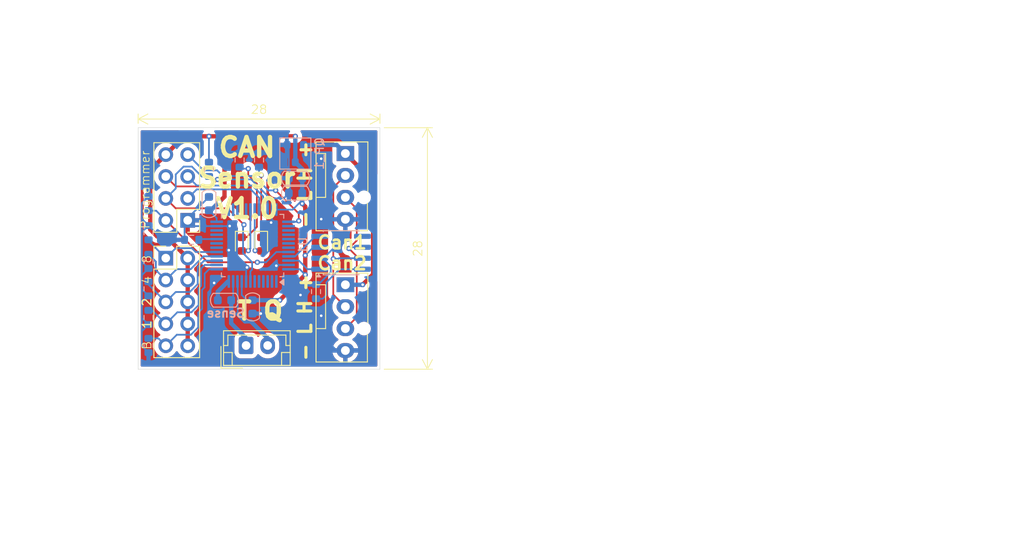
<source format=kicad_pcb>
(kicad_pcb
	(version 20241229)
	(generator "pcbnew")
	(generator_version "9.0")
	(general
		(thickness 1.6)
		(legacy_teardrops no)
	)
	(paper "A4")
	(layers
		(0 "F.Cu" signal)
		(2 "B.Cu" signal)
		(9 "F.Adhes" user "F.Adhesive")
		(11 "B.Adhes" user "B.Adhesive")
		(13 "F.Paste" user)
		(15 "B.Paste" user)
		(5 "F.SilkS" user "F.Silkscreen")
		(7 "B.SilkS" user "B.Silkscreen")
		(1 "F.Mask" user)
		(3 "B.Mask" user)
		(17 "Dwgs.User" user "User.Drawings")
		(19 "Cmts.User" user "User.Comments")
		(21 "Eco1.User" user "User.Eco1")
		(23 "Eco2.User" user "User.Eco2")
		(25 "Edge.Cuts" user)
		(27 "Margin" user)
		(31 "F.CrtYd" user "F.Courtyard")
		(29 "B.CrtYd" user "B.Courtyard")
		(35 "F.Fab" user)
		(33 "B.Fab" user)
		(39 "User.1" user)
		(41 "User.2" user)
		(43 "User.3" user)
		(45 "User.4" user)
	)
	(setup
		(pad_to_mask_clearance 0)
		(allow_soldermask_bridges_in_footprints no)
		(tenting front back)
		(pcbplotparams
			(layerselection 0x00000000_00000000_55555555_5755f5ff)
			(plot_on_all_layers_selection 0x00000000_00000000_00000000_00000000)
			(disableapertmacros no)
			(usegerberextensions no)
			(usegerberattributes yes)
			(usegerberadvancedattributes yes)
			(creategerberjobfile yes)
			(dashed_line_dash_ratio 12.000000)
			(dashed_line_gap_ratio 3.000000)
			(svgprecision 4)
			(plotframeref no)
			(mode 1)
			(useauxorigin no)
			(hpglpennumber 1)
			(hpglpenspeed 20)
			(hpglpendiameter 15.000000)
			(pdf_front_fp_property_popups yes)
			(pdf_back_fp_property_popups yes)
			(pdf_metadata yes)
			(pdf_single_document no)
			(dxfpolygonmode yes)
			(dxfimperialunits yes)
			(dxfusepcbnewfont yes)
			(psnegative no)
			(psa4output no)
			(plot_black_and_white yes)
			(sketchpadsonfab no)
			(plotpadnumbers no)
			(hidednponfab no)
			(sketchdnponfab yes)
			(crossoutdnponfab yes)
			(subtractmaskfromsilk no)
			(outputformat 1)
			(mirror no)
			(drillshape 1)
			(scaleselection 1)
			(outputdirectory "")
		)
	)
	(net 0 "")
	(net 1 "+3V3")
	(net 2 "unconnected-(U1-PC14-Pad3)")
	(net 3 "unconnected-(U1-PC15-Pad4)")
	(net 4 "GND")
	(net 5 "unconnected-(U1-PB15-Pad28)")
	(net 6 "/SWDIO")
	(net 7 "/SWCLK")
	(net 8 "/BOOT")
	(net 9 "unconnected-(U1-OSC_OUT-Pad6)")
	(net 10 "unconnected-(U1-PB10-Pad21)")
	(net 11 "USB_D+")
	(net 12 "unconnected-(U1-OSC_IN-Pad5)")
	(net 13 "CAN_POWER")
	(net 14 "unconnected-(U1-PB6-Pad42)")
	(net 15 "unconnected-(U1-PC13-Pad2)")
	(net 16 "unconnected-(U1-PB4-Pad40)")
	(net 17 "Net-(U8-Rs)")
	(net 18 "unconnected-(U1-PB5-Pad41)")
	(net 19 "unconnected-(U1-PB12-Pad25)")
	(net 20 "unconnected-(U1-PB14-Pad27)")
	(net 21 "unconnected-(U1-PA15-Pad38)")
	(net 22 "unconnected-(U1-PB3-Pad39)")
	(net 23 "USB_D-")
	(net 24 "unconnected-(U1-VBAT-Pad1)")
	(net 25 "unconnected-(U1-PB11-Pad22)")
	(net 26 "PB2")
	(net 27 "unconnected-(U1-PB7-Pad43)")
	(net 28 "unconnected-(U1-PB1-Pad19)")
	(net 29 "/NRST")
	(net 30 "P_GND")
	(net 31 "C_AB")
	(net 32 "unconnected-(U1-PB0-Pad18)")
	(net 33 "unconnected-(U1-PB13-Pad26)")
	(net 34 "INFO")
	(net 35 "C_1")
	(net 36 "unconnected-(U1-PA8-Pad29)")
	(net 37 "Net-(INFO1-K)")
	(net 38 "TRIG_THRES")
	(net 39 "C_2")
	(net 40 "/Can_High")
	(net 41 "Q")
	(net 42 "/Can_Low")
	(net 43 "CAN_RX")
	(net 44 "CAN_TX")
	(net 45 "unconnected-(U8-Vref-Pad5)")
	(net 46 "C_4")
	(net 47 "C_8")
	(net 48 "Net-(INFO2-K)")
	(net 49 "ERROR")
	(footprint "LED_SMD:LED_0603_1608Metric" (layer "F.Cu") (at 124 53.5 -90))
	(footprint "Connector_JST:JST_EH_B2B-EH-A_1x02_P2.50mm_Vertical" (layer "F.Cu") (at 124.5 65.25))
	(footprint "Connector:FanPinHeader_1x04_P2.54mm_Vertical" (layer "F.Cu") (at 136 58.21 -90))
	(footprint "Connector_PinHeader_2.54mm:PinHeader_2x05_P2.54mm_Vertical" (layer "F.Cu") (at 115.2 55.12))
	(footprint "Connector:FanPinHeader_1x04_P2.54mm_Vertical" (layer "F.Cu") (at 136 43 -90))
	(footprint "LED_SMD:LED_0603_1608Metric" (layer "F.Cu") (at 126.25 53.5 -90))
	(footprint "Connector_PinHeader_2.54mm:PinHeader_2x04_P2.54mm_Vertical" (layer "F.Cu") (at 117.74 50.74 180))
	(footprint "Resistor_SMD:R_0603_1608Metric" (layer "B.Cu") (at 126 43.75 -90))
	(footprint "PCM_Package_TO_SOT_SMD_AKL:SOT-23" (layer "B.Cu") (at 130.2 43 -90))
	(footprint "Resistor_SMD:R_0603_1608Metric" (layer "B.Cu") (at 123.75 43.75 -90))
	(footprint "PCM_Capacitor_SMD_AKL:C_0603_1608Metric" (layer "B.Cu") (at 125.25 60.775 -90))
	(footprint "PCM_Capacitor_SMD_AKL:C_0603_1608Metric" (layer "B.Cu") (at 122 60 180))
	(footprint "Resistor_SMD:R_0603_1608Metric" (layer "B.Cu") (at 118.2 53 180))
	(footprint "Resistor_SMD:R_0603_1608Metric" (layer "B.Cu") (at 113.2 65.25 -90))
	(footprint "Resistor_SMD:R_0603_1608Metric" (layer "B.Cu") (at 113.2 48.8 90))
	(footprint "PCM_Capacitor_SMD_AKL:C_0603_1608Metric" (layer "B.Cu") (at 130.225 47.6 180))
	(footprint "Resistor_SMD:R_0603_1608Metric"
		(layer "B.Cu")
		(uuid "86d8921b-c97b-4990-9941-6b97272217c7")
		(at 132.6 59 -90)
		(descr "Resistor SMD 0603 (1608 Metric), square (rectangular) end terminal, IPC-7351 nominal, (Body size source: IPC-SM-782 page 72, https://www.pcb-3d.com/wordpress/wp-content/uploads/ipc-sm-782a_amendment_1_and_2.pdf), generated with kicad-footprint-generator")
		(tags "resistor")
		(property "Reference" "R_slope1"
			(at 0.5 4 0)
			(layer "B.SilkS")
			(hide yes)
			(uuid "c4cc93d1-33b9-4c6c-8df3-13aab221ea33")
			(effects
				(font
					(size 1 1)
					(thickness 0.15)
				)
				(justify mirror)
			)
		)
		(property "Value" "10kΩ"
			(at 0 -1.43 90)
			(layer "B.Fab")
			(hide yes)
			(uuid "1e5eeb67-41e6-4c73-abc0-1db78692394b")
			(effects
				(font
					(size 1 1)
					(thickness 0.15)
				)
				(justify mirror)
			)
		)
		(property "Datasheet" "~"
			(at 0 0 90)
			(layer "B.Fab")
			(hide yes)
			(uuid "c2b8f666-81e2-4b04-9bc0-94232a7794d8")
			(effects
				(font
					(size 1.27 1.27)
					(thickness 0.15)
				)
				(justify mirror)
			)
		)
		(property "Description" "Resistor"
			(at 0 0 90)
			(layer "B.Fab")
			(hide yes)
			(uuid "8743bfd9-16af-4bd2-8255-9f15c8fe5c55")
			(effects
				(font
					(size 1.27 1.27)
					(thickness 0.15)
				)
				(justify mirror)
			)
		)
		(property "Actuator Style" ""
			(at 0 0 90)
			(unlocked yes)
			(layer "B.Fab")
			(hide yes)
			(uuid "bc845f83-8561-4d5c-beef-aae1ca235326")
			(effects
				(font
					(size 1 1)
					(thickness 0.15)
				)
				(justify mirror)
			)
		)
		(property "Actuator/Cap Color" ""
			(at 0 0 90)
			(unlocked yes)
			(layer "B.Fab")
			(hide yes)
			(uuid "5e3b5909-31b9-4905-a3b8-3396c43305d1")
			(effects
				(font
					(size 1 1)
					(thickness 0.15)
				)
				(justify mirror)
			)
		)
		(property "Circuit" ""
			(at 0 0 90)
			(unlocked yes)
			(layer "B.Fab")
			(hide yes)
			(uuid "38623900-3afe-4587-a408-0cc8b701cba0")
			(effects
				(font
					(size 1 1)
					(thickness 0.15)
				)
				(justify mirror)
			)
		)
		(property "Contact Current" ""
			(at 0 0 90)
			(unlocked yes)
			(layer "B.Fab")
			(hide yes)
			(uuid "d66e455a-3fdd-4724-901d-9f14930de783")
			(effects
				(font
					(size 1 1)
					(thickness 0.15)
				)
				(justify mirror)
			)
		)
		(property "Insulation Resistance" ""
			(at 0 0 90)
			(unlocked yes)
			(layer "B.Fab")
			(hide yes)
			(uuid "cb83bc41-dbeb-4271-b94e-bd179557907f")
			(effects
				(font
					(size 1 1)
					(thickness 0.15)
				)
				(justify mirror)
			)
		)
		(property "Mechanical Life" ""
			(at 0 0 90)
			(unlocked yes)
			(layer "B.Fab")
			(hide yes)
			(uuid "b54c1fe7-fdc4-478a-af5f-204b29dd23ba")
			(effects
				(font
					(size 1 1)
					(thickness 0.15)
				)
				(justify mirror)
			)
		)
		(property "Mounting Style" ""
			(at 0 0 90)
			(unlocked yes)
			(layer "B.Fab")
			(hide yes)
			(uuid "3d30420b-ff09-45ee-ac45-86946a8df8d4")
			(effects
				(font
					(size 1 1)
					(thickness 0.15)
				)
				(justify mirror)
			)
		)
		(property "Operating Force" ""
			(at 0 0 90)
			(unlocked yes)
			(layer "B.Fab")
			(hide yes)
			(uuid "2ab65b74-ce00-434c-850b-d73d9bb054a5")
			(effects
				(font
					(size 1 1)
					(thickness 0.15)
				)
				(justify mirror)
			)
		)
		(property "Operating Temperature" ""
			(at 0 0 90)
			(unlocked yes)
			(layer "B.Fab")
			(hide yes)
			(uuid "57ff2e1d-eee0-4bf5-89ad-cb79a28e4171")
			(effects
				(font
					(size 1 1)
					(thickness 0.15)
				)
				(justify mirror)
			)
		)
		(property "Pin Style" ""
			(at 0 0 90)
			(unlocked yes)
			(layer "B.Fab")
			(hide yes)
			(uuid "e032b0e5-d7ca-4a08-9893-7b969ef0989c")
			(effects
				(font
					(size 1 1)
					(thickness 0.15)
				)
				(justify mirror)
			)
		)
		(property "Strike Gundam" ""
			(at 0 0 90)
			(unlocked yes)
			(layer "B.Fab")
			(hide yes)
			(uuid "c201b118-e95f-4dc5-bd34-b31719cdd331")
			(effects
				(font
					(size 1 1)
					(thickness 0.15)
				)
				(justify mirror)
			)
		)
		(property "Switch Height" ""
			(at 0 0 90)
			(unlocked yes)
			(layer "B.Fab")
			(hide yes)
			(uuid "d8980235-7a3f-41db-88c1-272468e98df2")
			(effects
				(font
					(size 1 1)
					(thickness 0.15)
				)
				(justify mirror)
			)
		)
		(property "Switch Length" ""
			(at 0 0 90)
			(unlocked yes)
			(layer "B.Fab")
			(hide yes)
			(uuid "cd5f2dde-1d6e-4937-9fed-138cd86ca4ce")
			(effects
				(font
					(size 1 1)
					(thickness 0.15)
				)
				(justify mirror)
			)
		)
		(property "Switch Width" ""
			(at 0 0 90)
			(unlocked yes)
			(layer "B.Fab")
			(hide yes)
			(uuid "98a11e8f-e848-47af-8ebf-62bc94a66954")
			(effects
				(font
					(size 1 1)
					(thickness 0.15)
				)
				(justify
... [303144 chars truncated]
</source>
